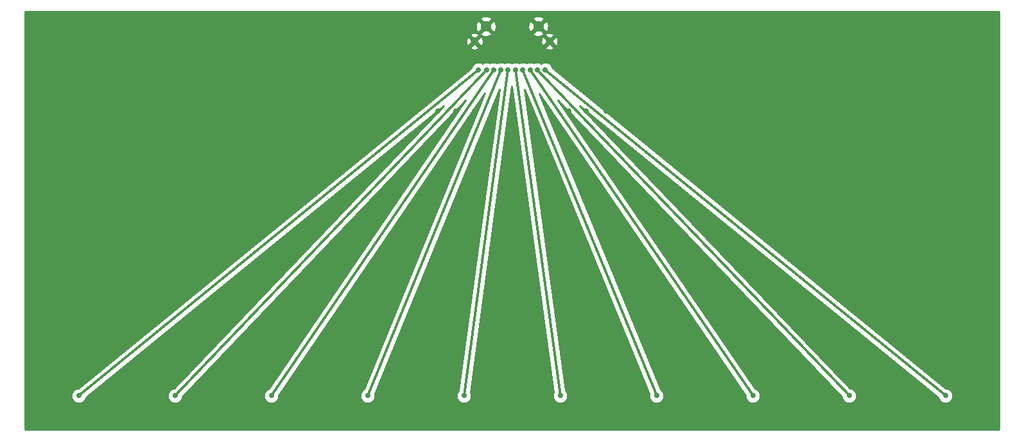
<source format=gbr>
G04 #@! TF.GenerationSoftware,KiCad,Pcbnew,(6.0.0-rc1-dev-305-gf0b8b2136)*
G04 #@! TF.CreationDate,2019-06-24T13:23:36-06:00*
G04 #@! TF.ProjectId,Station04,53746174696F6E30342E6B696361645F,rev?*
G04 #@! TF.SameCoordinates,Original*
G04 #@! TF.FileFunction,Copper,L2,Inr,Signal*
G04 #@! TF.FilePolarity,Positive*
%FSLAX46Y46*%
G04 Gerber Fmt 4.6, Leading zero omitted, Abs format (unit mm)*
G04 Created by KiCad (PCBNEW (6.0.0-rc1-dev-305-gf0b8b2136)) date 06/24/19 13:23:36*
%MOMM*%
%LPD*%
G01*
G04 APERTURE LIST*
G04 #@! TA.AperFunction,ViaPad*
%ADD10C,1.450000*%
G04 #@! TD*
G04 #@! TA.AperFunction,ViaPad*
%ADD11C,1.000000*%
G04 #@! TD*
G04 #@! TA.AperFunction,ViaPad*
%ADD12C,0.800000*%
G04 #@! TD*
G04 #@! TA.AperFunction,ViaPad*
%ADD13C,0.711200*%
G04 #@! TD*
G04 #@! TA.AperFunction,Conductor*
%ADD14C,0.304800*%
G04 #@! TD*
G04 #@! TA.AperFunction,Conductor*
%ADD15C,0.254000*%
G04 #@! TD*
G04 APERTURE END LIST*
D10*
G04 #@! TO.N,GND*
G04 #@! TO.C,U1*
X68310000Y-2610000D03*
X61390000Y-2610000D03*
D11*
X69785000Y-4610000D03*
X59915000Y-4610000D03*
G04 #@! TD*
D12*
G04 #@! TO.N,GND*
X1500000Y-1500000D03*
X1500000Y-4470555D03*
X1500000Y-7441110D03*
X1500000Y-10411665D03*
X1500000Y-13382220D03*
X1500000Y-16352775D03*
X1500000Y-19323330D03*
X1500000Y-22293885D03*
X1500000Y-25264440D03*
X1500000Y-28234995D03*
X1500000Y-31205550D03*
X1500000Y-34176105D03*
X1500000Y-37146660D03*
X1500000Y-40117215D03*
X1500000Y-43087770D03*
X1500000Y-46058325D03*
X1500000Y-49028880D03*
X1500000Y-51999435D03*
X1500000Y-54970000D03*
X8500000Y-16352775D03*
X8500000Y-7441110D03*
X8500000Y-10411665D03*
X8500000Y-25264440D03*
X8500000Y-31205550D03*
X8500000Y-28234995D03*
X8500000Y-1500000D03*
X8500000Y-19323330D03*
X8500000Y-13382220D03*
X8500000Y-4470555D03*
X8500000Y-22293885D03*
X8500000Y-43087770D03*
X8500000Y-40117215D03*
X8500000Y-37146660D03*
X8500000Y-34176105D03*
X15500000Y-19323330D03*
X15500000Y-16352775D03*
X15500000Y-37146660D03*
X15500000Y-40117215D03*
X15500000Y-22293885D03*
X15500000Y-34176105D03*
X15500000Y-4470555D03*
X15500000Y-13382220D03*
X15500000Y-1500000D03*
X15500000Y-31205550D03*
X15500000Y-28234995D03*
X15500000Y-10411665D03*
X15500000Y-7441110D03*
X15500000Y-25264440D03*
X22500000Y-22293885D03*
X22500000Y-1500000D03*
X22500000Y-7441110D03*
X22500000Y-28234995D03*
X22500000Y-19323330D03*
X22500000Y-25264440D03*
X22500000Y-16352775D03*
X22500000Y-10411665D03*
X22500000Y-31205550D03*
X22500000Y-13382220D03*
X22500000Y-4470555D03*
X29500000Y-22293885D03*
X29500000Y-1500000D03*
X29500000Y-7441110D03*
X29500000Y-28234995D03*
X29500000Y-19323330D03*
X29500000Y-25264440D03*
X29500000Y-16352775D03*
X29500000Y-10411665D03*
X29500000Y-13382220D03*
X29500000Y-4470555D03*
X36500000Y-16352775D03*
X36500000Y-13382220D03*
X36500000Y-4470555D03*
X36500000Y-10411665D03*
X36500000Y-19323330D03*
X36500000Y-7441110D03*
X36500000Y-1500000D03*
X36500000Y-22293885D03*
X43500000Y-13382220D03*
X43500000Y-10411665D03*
X43500000Y-4470555D03*
X43500000Y-1500000D03*
X43500000Y-16352775D03*
X43500000Y-7441110D03*
X50500000Y-7441110D03*
X50500000Y-1500000D03*
X50500000Y-4470555D03*
X50500000Y-10411665D03*
X57500000Y-7441110D03*
X57500000Y-1500000D03*
X57500000Y-4470555D03*
X114200000Y-22293885D03*
X114200000Y-1500000D03*
X114200000Y-37146660D03*
X114200000Y-19323330D03*
X114200000Y-28234995D03*
X114200000Y-16352775D03*
X114200000Y-31205550D03*
X114200000Y-7441110D03*
X114200000Y-34176105D03*
X114200000Y-10411665D03*
X114200000Y-40117215D03*
X114200000Y-4470555D03*
X114200000Y-25264440D03*
X114200000Y-13382220D03*
X100200000Y-16352775D03*
X100200000Y-13382220D03*
X100200000Y-4470555D03*
X100200000Y-10411665D03*
X128200000Y-16352775D03*
X128200000Y-7441110D03*
X128200000Y-1500000D03*
X128200000Y-4470555D03*
X128200000Y-10411665D03*
X128200000Y-46058325D03*
X128200000Y-19323330D03*
X128200000Y-13382220D03*
X128200000Y-28234995D03*
X128200000Y-22293885D03*
X128200000Y-31205550D03*
X128200000Y-34176105D03*
X128200000Y-43087770D03*
X128200000Y-25264440D03*
X128200000Y-37146660D03*
X128200000Y-54970000D03*
X128200000Y-40117215D03*
X128200000Y-49028880D03*
X128200000Y-51999435D03*
X100200000Y-25264440D03*
X100200000Y-19323330D03*
X100200000Y-7441110D03*
X100200000Y-1500000D03*
X100200000Y-28234995D03*
X100200000Y-22293885D03*
X121200000Y-19323330D03*
X121200000Y-16352775D03*
X121200000Y-37146660D03*
X121200000Y-40117215D03*
X121200000Y-43087770D03*
X121200000Y-22293885D03*
X121200000Y-34176105D03*
X121200000Y-4470555D03*
X121200000Y-13382220D03*
X121200000Y-1500000D03*
X121200000Y-31205550D03*
X121200000Y-28234995D03*
X121200000Y-10411665D03*
X121200000Y-7441110D03*
X121200000Y-25264440D03*
X107200000Y-25264440D03*
X107200000Y-13382220D03*
X107200000Y-22293885D03*
X107200000Y-16352775D03*
X107200000Y-31205550D03*
X107200000Y-1500000D03*
X107200000Y-7441110D03*
X107200000Y-4470555D03*
X107200000Y-28234995D03*
X107200000Y-10411665D03*
X107200000Y-19323330D03*
X72200000Y-4470555D03*
X79200000Y-7441110D03*
X86200000Y-7441110D03*
X86200000Y-16352775D03*
X86200000Y-1500000D03*
X93200000Y-13382220D03*
X86200000Y-4470555D03*
X86200000Y-10411665D03*
X79200000Y-1500000D03*
X93200000Y-4470555D03*
X93200000Y-10411665D03*
X93200000Y-19323330D03*
X93200000Y-7441110D03*
X93200000Y-22293885D03*
X93200000Y-1500000D03*
X93200000Y-16352775D03*
X72200000Y-1500000D03*
X79200000Y-10411665D03*
X72200000Y-7441110D03*
X79200000Y-4470555D03*
X86200000Y-13382220D03*
D13*
X53390640Y-25689300D03*
X82039040Y-25689300D03*
X76309360Y-25689300D03*
X47660960Y-25689300D03*
X87768720Y-25689300D03*
X36201600Y-25689300D03*
X93498400Y-25689300D03*
X70579680Y-25689300D03*
X64850000Y-25689300D03*
X41931280Y-25689300D03*
X59120320Y-25689300D03*
X51590640Y-28889700D03*
X84739040Y-28889700D03*
X78109360Y-28889700D03*
X44960960Y-28889700D03*
X91368720Y-28889700D03*
X31701600Y-28889700D03*
X97998400Y-28889700D03*
X71479680Y-28889700D03*
X64850000Y-28889700D03*
X38331280Y-28889700D03*
X58220320Y-28889700D03*
X49883020Y-31963100D03*
X87268720Y-31963100D03*
X79791580Y-31963100D03*
X42405880Y-31963100D03*
X94745860Y-31963100D03*
X27451600Y-31963100D03*
X102248400Y-31963100D03*
X72314440Y-31963100D03*
X64837300Y-31963100D03*
X34928740Y-31963100D03*
X57360160Y-31963100D03*
X48183020Y-35138100D03*
X89818720Y-35138100D03*
X81491580Y-35138100D03*
X39855880Y-35138100D03*
X98145860Y-35138100D03*
X23201600Y-35138100D03*
X106498400Y-35138100D03*
X73164440Y-35138100D03*
X64837300Y-35138100D03*
X31528740Y-35138100D03*
X56510160Y-35138100D03*
X46283020Y-38617900D03*
X92668720Y-38617900D03*
X83391580Y-38617900D03*
X37005880Y-38617900D03*
X101945860Y-38617900D03*
X18451600Y-38617900D03*
X111248400Y-38617900D03*
X74114440Y-38617900D03*
X64837300Y-38617900D03*
X27728740Y-38617900D03*
X55560160Y-38617900D03*
X44383020Y-42097700D03*
X95518720Y-42097700D03*
X85291580Y-42097700D03*
X34155880Y-42097700D03*
X105745860Y-42097700D03*
X13701600Y-42097700D03*
X115998400Y-42097700D03*
X75064440Y-42097700D03*
X64837300Y-42097700D03*
X23928740Y-42097700D03*
X54610160Y-42097700D03*
X42583020Y-45526700D03*
X98218720Y-45526700D03*
X87091580Y-45526700D03*
X31455880Y-45526700D03*
X109345860Y-45526700D03*
X9201600Y-45526700D03*
X120498400Y-45526700D03*
X75964440Y-45526700D03*
X64837300Y-45526700D03*
X20328740Y-45526700D03*
X53710160Y-45526700D03*
X40783020Y-48879500D03*
X100918720Y-48879500D03*
X88891580Y-48879500D03*
X28755880Y-48879500D03*
X112945860Y-48879500D03*
X4701600Y-48879500D03*
X124998400Y-48879500D03*
X76864440Y-48879500D03*
X64837300Y-48879500D03*
X16728740Y-48879500D03*
X52810160Y-48879500D03*
X74839040Y-16907250D03*
X58190640Y-16907250D03*
X71509360Y-16907250D03*
X54860960Y-16907250D03*
X78168720Y-16907250D03*
X48201600Y-16907250D03*
X81498400Y-16907250D03*
X68179680Y-16907250D03*
X64850000Y-16907250D03*
X51531280Y-16907250D03*
X61520320Y-16907250D03*
X72289040Y-13833850D03*
X59890640Y-13833850D03*
X69809360Y-13833850D03*
X57410960Y-13833850D03*
X74618720Y-13833850D03*
X52020000Y-13833850D03*
X77248400Y-13833850D03*
X67329680Y-13833850D03*
X64850000Y-13833850D03*
X55081280Y-13833850D03*
X62370320Y-13833850D03*
X79639040Y-22895300D03*
X59920320Y-22895300D03*
X45131280Y-22895300D03*
X64850000Y-22895300D03*
X69779680Y-22895300D03*
X89498400Y-22895300D03*
X40201600Y-22895300D03*
X84568720Y-22895300D03*
X50060960Y-22895300D03*
X74709360Y-22895300D03*
X54990640Y-22895300D03*
X77239040Y-19980650D03*
X60720320Y-19980650D03*
X48331280Y-19980650D03*
X64850000Y-19980650D03*
X68979680Y-19980650D03*
X85498400Y-19980650D03*
X44201600Y-19980650D03*
X81368720Y-19980650D03*
X52460960Y-19980650D03*
X73109360Y-19980650D03*
X56590640Y-19980650D03*
G04 #@! TO.N,Net-(U1-Pad20)*
X60410000Y-8350000D03*
X7700000Y-51350000D03*
G04 #@! TO.N,Net-(U1-Pad18)*
X20400000Y-51350000D03*
X61460000Y-8350000D03*
G04 #@! TO.N,Net-(U1-Pad16)*
X33100000Y-51350000D03*
X62410000Y-8350000D03*
G04 #@! TO.N,Net-(U1-Pad14)*
X45800000Y-51350000D03*
X63360000Y-8350000D03*
G04 #@! TO.N,Net-(U1-Pad12)*
X58500000Y-51350000D03*
X64310000Y-8350000D03*
G04 #@! TO.N,Net-(U1-Pad10)*
X71200000Y-51350000D03*
X65310000Y-8350000D03*
G04 #@! TO.N,Net-(U1-Pad8)*
X83900000Y-51350000D03*
X66260000Y-8350000D03*
G04 #@! TO.N,Net-(U1-Pad6)*
X96600000Y-51350000D03*
X67210000Y-8350000D03*
G04 #@! TO.N,Net-(U1-Pad4)*
X109300000Y-51350000D03*
X68160000Y-8350000D03*
G04 #@! TO.N,Net-(U1-Pad2)*
X122000000Y-51350000D03*
X69210000Y-8350000D03*
G04 #@! TD*
D14*
G04 #@! TO.N,Net-(U1-Pad20)*
X60410000Y-8350000D02*
X7700000Y-51350000D01*
G04 #@! TO.N,Net-(U1-Pad18)*
X61460000Y-8350000D02*
X20400000Y-51350000D01*
G04 #@! TO.N,Net-(U1-Pad16)*
X62410000Y-8350000D02*
X33100000Y-51350000D01*
G04 #@! TO.N,Net-(U1-Pad14)*
X63360000Y-8350000D02*
X45800000Y-51350000D01*
G04 #@! TO.N,Net-(U1-Pad12)*
X64310000Y-8350000D02*
X58500000Y-51350000D01*
G04 #@! TO.N,Net-(U1-Pad10)*
X65310000Y-8350000D02*
X71200000Y-51350000D01*
G04 #@! TO.N,Net-(U1-Pad8)*
X66260000Y-8350000D02*
X83900000Y-51350000D01*
G04 #@! TO.N,Net-(U1-Pad6)*
X67210000Y-8350000D02*
X96600000Y-51350000D01*
G04 #@! TO.N,Net-(U1-Pad4)*
X68160000Y-8350000D02*
X109300000Y-51350000D01*
G04 #@! TO.N,Net-(U1-Pad2)*
X69210000Y-8350000D02*
X122000000Y-51350000D01*
G04 #@! TD*
D15*
G04 #@! TO.N,GND*
G36*
X129040000Y-55810000D02*
X660000Y-55810000D01*
X660000Y-51252434D01*
X6709400Y-51252434D01*
X6709400Y-51447566D01*
X6747468Y-51638947D01*
X6822142Y-51819225D01*
X6930551Y-51981471D01*
X7068529Y-52119449D01*
X7230775Y-52227858D01*
X7411053Y-52302532D01*
X7602434Y-52340600D01*
X7797566Y-52340600D01*
X7988947Y-52302532D01*
X8169225Y-52227858D01*
X8331471Y-52119449D01*
X8469449Y-51981471D01*
X8577858Y-51819225D01*
X8652532Y-51638947D01*
X8664365Y-51579460D01*
X55844591Y-13090564D01*
X20246578Y-50370510D01*
X20111053Y-50397468D01*
X19930775Y-50472142D01*
X19768529Y-50580551D01*
X19630551Y-50718529D01*
X19522142Y-50880775D01*
X19447468Y-51061053D01*
X19409400Y-51252434D01*
X19409400Y-51447566D01*
X19447468Y-51638947D01*
X19522142Y-51819225D01*
X19630551Y-51981471D01*
X19768529Y-52119449D01*
X19930775Y-52227858D01*
X20111053Y-52302532D01*
X20302434Y-52340600D01*
X20497566Y-52340600D01*
X20688947Y-52302532D01*
X20869225Y-52227858D01*
X21031471Y-52119449D01*
X21169449Y-51981471D01*
X21277858Y-51819225D01*
X21352532Y-51638947D01*
X21389296Y-51454123D01*
X58734008Y-12344952D01*
X32790567Y-50405953D01*
X32630775Y-50472142D01*
X32468529Y-50580551D01*
X32330551Y-50718529D01*
X32222142Y-50880775D01*
X32147468Y-51061053D01*
X32109400Y-51252434D01*
X32109400Y-51447566D01*
X32147468Y-51638947D01*
X32222142Y-51819225D01*
X32330551Y-51981471D01*
X32468529Y-52119449D01*
X32630775Y-52227858D01*
X32811053Y-52302532D01*
X33002434Y-52340600D01*
X33197566Y-52340600D01*
X33388947Y-52302532D01*
X33569225Y-52227858D01*
X33731471Y-52119449D01*
X33869449Y-51981471D01*
X33977858Y-51819225D01*
X34052532Y-51638947D01*
X34090600Y-51447566D01*
X34090600Y-51294723D01*
X61234022Y-11473258D01*
X45299409Y-50493100D01*
X45168529Y-50580551D01*
X45030551Y-50718529D01*
X44922142Y-50880775D01*
X44847468Y-51061053D01*
X44809400Y-51252434D01*
X44809400Y-51447566D01*
X44847468Y-51638947D01*
X44922142Y-51819225D01*
X45030551Y-51981471D01*
X45168529Y-52119449D01*
X45330775Y-52227858D01*
X45511053Y-52302532D01*
X45702434Y-52340600D01*
X45897566Y-52340600D01*
X46088947Y-52302532D01*
X46269225Y-52227858D01*
X46431471Y-52119449D01*
X46569449Y-51981471D01*
X46677858Y-51819225D01*
X46752532Y-51638947D01*
X46790600Y-51447566D01*
X46790600Y-51252434D01*
X46757770Y-51087386D01*
X63171749Y-10893704D01*
X57800175Y-50648905D01*
X57730551Y-50718529D01*
X57622142Y-50880775D01*
X57547468Y-51061053D01*
X57509400Y-51252434D01*
X57509400Y-51447566D01*
X57547468Y-51638947D01*
X57622142Y-51819225D01*
X57730551Y-51981471D01*
X57868529Y-52119449D01*
X58030775Y-52227858D01*
X58211053Y-52302532D01*
X58402434Y-52340600D01*
X58597566Y-52340600D01*
X58788947Y-52302532D01*
X58969225Y-52227858D01*
X59131471Y-52119449D01*
X59269449Y-51981471D01*
X59377858Y-51819225D01*
X59452532Y-51638947D01*
X59490600Y-51447566D01*
X59490600Y-51252434D01*
X59452532Y-51061053D01*
X59377858Y-50880775D01*
X59361303Y-50855998D01*
X64811916Y-10515826D01*
X70337770Y-50857386D01*
X70322142Y-50880775D01*
X70247468Y-51061053D01*
X70209400Y-51252434D01*
X70209400Y-51447566D01*
X70247468Y-51638947D01*
X70322142Y-51819225D01*
X70430551Y-51981471D01*
X70568529Y-52119449D01*
X70730775Y-52227858D01*
X70911053Y-52302532D01*
X71102434Y-52340600D01*
X71297566Y-52340600D01*
X71488947Y-52302532D01*
X71669225Y-52227858D01*
X71831471Y-52119449D01*
X71969449Y-51981471D01*
X72077858Y-51819225D01*
X72152532Y-51638947D01*
X72190600Y-51447566D01*
X72190600Y-51252434D01*
X72152532Y-51061053D01*
X72077858Y-50880775D01*
X71969449Y-50718529D01*
X71898542Y-50647622D01*
X66453557Y-10896450D01*
X82941889Y-51089099D01*
X82909400Y-51252434D01*
X82909400Y-51447566D01*
X82947468Y-51638947D01*
X83022142Y-51819225D01*
X83130551Y-51981471D01*
X83268529Y-52119449D01*
X83430775Y-52227858D01*
X83611053Y-52302532D01*
X83802434Y-52340600D01*
X83997566Y-52340600D01*
X84188947Y-52302532D01*
X84369225Y-52227858D01*
X84531471Y-52119449D01*
X84669449Y-51981471D01*
X84777858Y-51819225D01*
X84852532Y-51638947D01*
X84890600Y-51447566D01*
X84890600Y-51252434D01*
X84852532Y-51061053D01*
X84777858Y-50880775D01*
X84669449Y-50718529D01*
X84531471Y-50580551D01*
X84399160Y-50492144D01*
X68394414Y-11478305D01*
X95609400Y-51296083D01*
X95609400Y-51447566D01*
X95647468Y-51638947D01*
X95722142Y-51819225D01*
X95830551Y-51981471D01*
X95968529Y-52119449D01*
X96130775Y-52227858D01*
X96311053Y-52302532D01*
X96502434Y-52340600D01*
X96697566Y-52340600D01*
X96888947Y-52302532D01*
X97069225Y-52227858D01*
X97231471Y-52119449D01*
X97369449Y-51981471D01*
X97477858Y-51819225D01*
X97552532Y-51638947D01*
X97590600Y-51447566D01*
X97590600Y-51252434D01*
X97552532Y-51061053D01*
X97477858Y-50880775D01*
X97369449Y-50718529D01*
X97231471Y-50580551D01*
X97069225Y-50472142D01*
X96908137Y-50405417D01*
X70898846Y-12351674D01*
X108310919Y-51455205D01*
X108347468Y-51638947D01*
X108422142Y-51819225D01*
X108530551Y-51981471D01*
X108668529Y-52119449D01*
X108830775Y-52227858D01*
X109011053Y-52302532D01*
X109202434Y-52340600D01*
X109397566Y-52340600D01*
X109588947Y-52302532D01*
X109769225Y-52227858D01*
X109931471Y-52119449D01*
X110069449Y-51981471D01*
X110177858Y-51819225D01*
X110252532Y-51638947D01*
X110290600Y-51447566D01*
X110290600Y-51252434D01*
X110252532Y-51061053D01*
X110177858Y-50880775D01*
X110069449Y-50718529D01*
X109931471Y-50580551D01*
X109769225Y-50472142D01*
X109588947Y-50397468D01*
X109452423Y-50370312D01*
X73792822Y-13098488D01*
X121035772Y-51580149D01*
X121047468Y-51638947D01*
X121122142Y-51819225D01*
X121230551Y-51981471D01*
X121368529Y-52119449D01*
X121530775Y-52227858D01*
X121711053Y-52302532D01*
X121902434Y-52340600D01*
X122097566Y-52340600D01*
X122288947Y-52302532D01*
X122469225Y-52227858D01*
X122631471Y-52119449D01*
X122769449Y-51981471D01*
X122877858Y-51819225D01*
X122952532Y-51638947D01*
X122990600Y-51447566D01*
X122990600Y-51252434D01*
X122952532Y-51061053D01*
X122877858Y-50880775D01*
X122769449Y-50718529D01*
X122631471Y-50580551D01*
X122469225Y-50472142D01*
X122288947Y-50397468D01*
X122097566Y-50359400D01*
X122030642Y-50359400D01*
X70174228Y-8119852D01*
X70162532Y-8061053D01*
X70087858Y-7880775D01*
X69979449Y-7718529D01*
X69841471Y-7580551D01*
X69679225Y-7472142D01*
X69498947Y-7397468D01*
X69307566Y-7359400D01*
X69112434Y-7359400D01*
X68921053Y-7397468D01*
X68740775Y-7472142D01*
X68685000Y-7509410D01*
X68629225Y-7472142D01*
X68448947Y-7397468D01*
X68257566Y-7359400D01*
X68062434Y-7359400D01*
X67871053Y-7397468D01*
X67690775Y-7472142D01*
X67685000Y-7476001D01*
X67679225Y-7472142D01*
X67498947Y-7397468D01*
X67307566Y-7359400D01*
X67112434Y-7359400D01*
X66921053Y-7397468D01*
X66740775Y-7472142D01*
X66735000Y-7476001D01*
X66729225Y-7472142D01*
X66548947Y-7397468D01*
X66357566Y-7359400D01*
X66162434Y-7359400D01*
X65971053Y-7397468D01*
X65790775Y-7472142D01*
X65785000Y-7476001D01*
X65779225Y-7472142D01*
X65598947Y-7397468D01*
X65407566Y-7359400D01*
X65212434Y-7359400D01*
X65021053Y-7397468D01*
X64840775Y-7472142D01*
X64810000Y-7492705D01*
X64779225Y-7472142D01*
X64598947Y-7397468D01*
X64407566Y-7359400D01*
X64212434Y-7359400D01*
X64021053Y-7397468D01*
X63840775Y-7472142D01*
X63835000Y-7476001D01*
X63829225Y-7472142D01*
X63648947Y-7397468D01*
X63457566Y-7359400D01*
X63262434Y-7359400D01*
X63071053Y-7397468D01*
X62890775Y-7472142D01*
X62885000Y-7476001D01*
X62879225Y-7472142D01*
X62698947Y-7397468D01*
X62507566Y-7359400D01*
X62312434Y-7359400D01*
X62121053Y-7397468D01*
X61940775Y-7472142D01*
X61935000Y-7476001D01*
X61929225Y-7472142D01*
X61748947Y-7397468D01*
X61557566Y-7359400D01*
X61362434Y-7359400D01*
X61171053Y-7397468D01*
X60990775Y-7472142D01*
X60935000Y-7509410D01*
X60879225Y-7472142D01*
X60698947Y-7397468D01*
X60507566Y-7359400D01*
X60312434Y-7359400D01*
X60121053Y-7397468D01*
X59940775Y-7472142D01*
X59778529Y-7580551D01*
X59640551Y-7718529D01*
X59532142Y-7880775D01*
X59457468Y-8061053D01*
X59445635Y-8120540D01*
X7668651Y-50359400D01*
X7602434Y-50359400D01*
X7411053Y-50397468D01*
X7230775Y-50472142D01*
X7068529Y-50580551D01*
X6930551Y-50718529D01*
X6822142Y-50880775D01*
X6747468Y-51061053D01*
X6709400Y-51252434D01*
X660000Y-51252434D01*
X660000Y-5388166D01*
X59316439Y-5388166D01*
X59351550Y-5601588D01*
X59555826Y-5692458D01*
X59773905Y-5741731D01*
X59997406Y-5747511D01*
X60217740Y-5709577D01*
X60426440Y-5629387D01*
X60478450Y-5601588D01*
X60513561Y-5388166D01*
X69186439Y-5388166D01*
X69221550Y-5601588D01*
X69425826Y-5692458D01*
X69643905Y-5741731D01*
X69867406Y-5747511D01*
X70087740Y-5709577D01*
X70296440Y-5629387D01*
X70348450Y-5601588D01*
X70383561Y-5388166D01*
X69785000Y-4789605D01*
X69186439Y-5388166D01*
X60513561Y-5388166D01*
X59915000Y-4789605D01*
X59316439Y-5388166D01*
X660000Y-5388166D01*
X660000Y-4692406D01*
X58777489Y-4692406D01*
X58815423Y-4912740D01*
X58895613Y-5121440D01*
X58923412Y-5173450D01*
X59136834Y-5208561D01*
X59735395Y-4610000D01*
X60094605Y-4610000D01*
X60693166Y-5208561D01*
X60906588Y-5173450D01*
X60997458Y-4969174D01*
X61046731Y-4751095D01*
X61048248Y-4692406D01*
X68647489Y-4692406D01*
X68685423Y-4912740D01*
X68765613Y-5121440D01*
X68793412Y-5173450D01*
X69006834Y-5208561D01*
X69605395Y-4610000D01*
X69964605Y-4610000D01*
X70563166Y-5208561D01*
X70776588Y-5173450D01*
X70867458Y-4969174D01*
X70916731Y-4751095D01*
X70922511Y-4527594D01*
X70884577Y-4307260D01*
X70804387Y-4098560D01*
X70776588Y-4046550D01*
X70563166Y-4011439D01*
X69964605Y-4610000D01*
X69605395Y-4610000D01*
X69006834Y-4011439D01*
X68793412Y-4046550D01*
X68702542Y-4250826D01*
X68653269Y-4468905D01*
X68647489Y-4692406D01*
X61048248Y-4692406D01*
X61052511Y-4527594D01*
X61014577Y-4307260D01*
X60934387Y-4098560D01*
X60906588Y-4046550D01*
X60693166Y-4011439D01*
X60094605Y-4610000D01*
X59735395Y-4610000D01*
X59136834Y-4011439D01*
X58923412Y-4046550D01*
X58832542Y-4250826D01*
X58783269Y-4468905D01*
X58777489Y-4692406D01*
X660000Y-4692406D01*
X660000Y-3831834D01*
X59316439Y-3831834D01*
X59915000Y-4430395D01*
X60513561Y-3831834D01*
X60478450Y-3618412D01*
X60322711Y-3549133D01*
X60630472Y-3549133D01*
X60692965Y-3785450D01*
X60935678Y-3898850D01*
X61195849Y-3962719D01*
X61463482Y-3974604D01*
X61728291Y-3934048D01*
X61980100Y-3842609D01*
X62087035Y-3785450D01*
X62149528Y-3549133D01*
X67550472Y-3549133D01*
X67612965Y-3785450D01*
X67855678Y-3898850D01*
X68115849Y-3962719D01*
X68383482Y-3974604D01*
X68648291Y-3934048D01*
X68900100Y-3842609D01*
X68920258Y-3831834D01*
X69186439Y-3831834D01*
X69785000Y-4430395D01*
X70383561Y-3831834D01*
X70348450Y-3618412D01*
X70144174Y-3527542D01*
X69926095Y-3478269D01*
X69702594Y-3472489D01*
X69482260Y-3510423D01*
X69273560Y-3590613D01*
X69221550Y-3618412D01*
X69186439Y-3831834D01*
X68920258Y-3831834D01*
X69007035Y-3785450D01*
X69069528Y-3549133D01*
X68310000Y-2789605D01*
X67550472Y-3549133D01*
X62149528Y-3549133D01*
X61390000Y-2789605D01*
X60630472Y-3549133D01*
X60322711Y-3549133D01*
X60274174Y-3527542D01*
X60056095Y-3478269D01*
X59832594Y-3472489D01*
X59612260Y-3510423D01*
X59403560Y-3590613D01*
X59351550Y-3618412D01*
X59316439Y-3831834D01*
X660000Y-3831834D01*
X660000Y-2683482D01*
X60025396Y-2683482D01*
X60065952Y-2948291D01*
X60157391Y-3200100D01*
X60214550Y-3307035D01*
X60450867Y-3369528D01*
X61210395Y-2610000D01*
X61569605Y-2610000D01*
X62329133Y-3369528D01*
X62565450Y-3307035D01*
X62678850Y-3064322D01*
X62742719Y-2804151D01*
X62748077Y-2683482D01*
X66945396Y-2683482D01*
X66985952Y-2948291D01*
X67077391Y-3200100D01*
X67134550Y-3307035D01*
X67370867Y-3369528D01*
X68130395Y-2610000D01*
X68489605Y-2610000D01*
X69249133Y-3369528D01*
X69485450Y-3307035D01*
X69598850Y-3064322D01*
X69662719Y-2804151D01*
X69674604Y-2536518D01*
X69634048Y-2271709D01*
X69542609Y-2019900D01*
X69485450Y-1912965D01*
X69249133Y-1850472D01*
X68489605Y-2610000D01*
X68130395Y-2610000D01*
X67370867Y-1850472D01*
X67134550Y-1912965D01*
X67021150Y-2155678D01*
X66957281Y-2415849D01*
X66945396Y-2683482D01*
X62748077Y-2683482D01*
X62754604Y-2536518D01*
X62714048Y-2271709D01*
X62622609Y-2019900D01*
X62565450Y-1912965D01*
X62329133Y-1850472D01*
X61569605Y-2610000D01*
X61210395Y-2610000D01*
X60450867Y-1850472D01*
X60214550Y-1912965D01*
X60101150Y-2155678D01*
X60037281Y-2415849D01*
X60025396Y-2683482D01*
X660000Y-2683482D01*
X660000Y-1670867D01*
X60630472Y-1670867D01*
X61390000Y-2430395D01*
X62149528Y-1670867D01*
X67550472Y-1670867D01*
X68310000Y-2430395D01*
X69069528Y-1670867D01*
X69007035Y-1434550D01*
X68764322Y-1321150D01*
X68504151Y-1257281D01*
X68236518Y-1245396D01*
X67971709Y-1285952D01*
X67719900Y-1377391D01*
X67612965Y-1434550D01*
X67550472Y-1670867D01*
X62149528Y-1670867D01*
X62087035Y-1434550D01*
X61844322Y-1321150D01*
X61584151Y-1257281D01*
X61316518Y-1245396D01*
X61051709Y-1285952D01*
X60799900Y-1377391D01*
X60692965Y-1434550D01*
X60630472Y-1670867D01*
X660000Y-1670867D01*
X660000Y-660000D01*
X129040001Y-660000D01*
X129040000Y-55810000D01*
X129040000Y-55810000D01*
G37*
X129040000Y-55810000D02*
X660000Y-55810000D01*
X660000Y-51252434D01*
X6709400Y-51252434D01*
X6709400Y-51447566D01*
X6747468Y-51638947D01*
X6822142Y-51819225D01*
X6930551Y-51981471D01*
X7068529Y-52119449D01*
X7230775Y-52227858D01*
X7411053Y-52302532D01*
X7602434Y-52340600D01*
X7797566Y-52340600D01*
X7988947Y-52302532D01*
X8169225Y-52227858D01*
X8331471Y-52119449D01*
X8469449Y-51981471D01*
X8577858Y-51819225D01*
X8652532Y-51638947D01*
X8664365Y-51579460D01*
X55844591Y-13090564D01*
X20246578Y-50370510D01*
X20111053Y-50397468D01*
X19930775Y-50472142D01*
X19768529Y-50580551D01*
X19630551Y-50718529D01*
X19522142Y-50880775D01*
X19447468Y-51061053D01*
X19409400Y-51252434D01*
X19409400Y-51447566D01*
X19447468Y-51638947D01*
X19522142Y-51819225D01*
X19630551Y-51981471D01*
X19768529Y-52119449D01*
X19930775Y-52227858D01*
X20111053Y-52302532D01*
X20302434Y-52340600D01*
X20497566Y-52340600D01*
X20688947Y-52302532D01*
X20869225Y-52227858D01*
X21031471Y-52119449D01*
X21169449Y-51981471D01*
X21277858Y-51819225D01*
X21352532Y-51638947D01*
X21389296Y-51454123D01*
X58734008Y-12344952D01*
X32790567Y-50405953D01*
X32630775Y-50472142D01*
X32468529Y-50580551D01*
X32330551Y-50718529D01*
X32222142Y-50880775D01*
X32147468Y-51061053D01*
X32109400Y-51252434D01*
X32109400Y-51447566D01*
X32147468Y-51638947D01*
X32222142Y-51819225D01*
X32330551Y-51981471D01*
X32468529Y-52119449D01*
X32630775Y-52227858D01*
X32811053Y-52302532D01*
X33002434Y-52340600D01*
X33197566Y-52340600D01*
X33388947Y-52302532D01*
X33569225Y-52227858D01*
X33731471Y-52119449D01*
X33869449Y-51981471D01*
X33977858Y-51819225D01*
X34052532Y-51638947D01*
X34090600Y-51447566D01*
X34090600Y-51294723D01*
X61234022Y-11473258D01*
X45299409Y-50493100D01*
X45168529Y-50580551D01*
X45030551Y-50718529D01*
X44922142Y-50880775D01*
X44847468Y-51061053D01*
X44809400Y-51252434D01*
X44809400Y-51447566D01*
X44847468Y-51638947D01*
X44922142Y-51819225D01*
X45030551Y-51981471D01*
X45168529Y-52119449D01*
X45330775Y-52227858D01*
X45511053Y-52302532D01*
X45702434Y-52340600D01*
X45897566Y-52340600D01*
X46088947Y-52302532D01*
X46269225Y-52227858D01*
X46431471Y-52119449D01*
X46569449Y-51981471D01*
X46677858Y-51819225D01*
X46752532Y-51638947D01*
X46790600Y-51447566D01*
X46790600Y-51252434D01*
X46757770Y-51087386D01*
X63171749Y-10893704D01*
X57800175Y-50648905D01*
X57730551Y-50718529D01*
X57622142Y-50880775D01*
X57547468Y-51061053D01*
X57509400Y-51252434D01*
X57509400Y-51447566D01*
X57547468Y-51638947D01*
X57622142Y-51819225D01*
X57730551Y-51981471D01*
X57868529Y-52119449D01*
X58030775Y-52227858D01*
X58211053Y-52302532D01*
X58402434Y-52340600D01*
X58597566Y-52340600D01*
X58788947Y-52302532D01*
X58969225Y-52227858D01*
X59131471Y-52119449D01*
X59269449Y-51981471D01*
X59377858Y-51819225D01*
X59452532Y-51638947D01*
X59490600Y-51447566D01*
X59490600Y-51252434D01*
X59452532Y-51061053D01*
X59377858Y-50880775D01*
X59361303Y-50855998D01*
X64811916Y-10515826D01*
X70337770Y-50857386D01*
X70322142Y-50880775D01*
X70247468Y-51061053D01*
X70209400Y-51252434D01*
X70209400Y-51447566D01*
X70247468Y-51638947D01*
X70322142Y-51819225D01*
X70430551Y-51981471D01*
X70568529Y-52119449D01*
X70730775Y-52227858D01*
X70911053Y-52302532D01*
X71102434Y-52340600D01*
X71297566Y-52340600D01*
X71488947Y-52302532D01*
X71669225Y-52227858D01*
X71831471Y-52119449D01*
X71969449Y-51981471D01*
X72077858Y-51819225D01*
X72152532Y-51638947D01*
X72190600Y-51447566D01*
X72190600Y-51252434D01*
X72152532Y-51061053D01*
X72077858Y-50880775D01*
X71969449Y-50718529D01*
X71898542Y-50647622D01*
X66453557Y-10896450D01*
X82941889Y-51089099D01*
X82909400Y-51252434D01*
X82909400Y-51447566D01*
X82947468Y-51638947D01*
X83022142Y-51819225D01*
X83130551Y-51981471D01*
X83268529Y-52119449D01*
X83430775Y-52227858D01*
X83611053Y-52302532D01*
X83802434Y-52340600D01*
X83997566Y-52340600D01*
X84188947Y-52302532D01*
X84369225Y-52227858D01*
X84531471Y-52119449D01*
X84669449Y-51981471D01*
X84777858Y-51819225D01*
X84852532Y-51638947D01*
X84890600Y-51447566D01*
X84890600Y-51252434D01*
X84852532Y-51061053D01*
X84777858Y-50880775D01*
X84669449Y-50718529D01*
X84531471Y-50580551D01*
X84399160Y-50492144D01*
X68394414Y-11478305D01*
X95609400Y-51296083D01*
X95609400Y-51447566D01*
X95647468Y-51638947D01*
X95722142Y-51819225D01*
X95830551Y-51981471D01*
X95968529Y-52119449D01*
X96130775Y-52227858D01*
X96311053Y-52302532D01*
X96502434Y-52340600D01*
X96697566Y-52340600D01*
X96888947Y-52302532D01*
X97069225Y-52227858D01*
X97231471Y-52119449D01*
X97369449Y-51981471D01*
X97477858Y-51819225D01*
X97552532Y-51638947D01*
X97590600Y-51447566D01*
X97590600Y-51252434D01*
X97552532Y-51061053D01*
X97477858Y-50880775D01*
X97369449Y-50718529D01*
X97231471Y-50580551D01*
X97069225Y-50472142D01*
X96908137Y-50405417D01*
X70898846Y-12351674D01*
X108310919Y-51455205D01*
X108347468Y-51638947D01*
X108422142Y-51819225D01*
X108530551Y-51981471D01*
X108668529Y-52119449D01*
X108830775Y-52227858D01*
X109011053Y-52302532D01*
X109202434Y-52340600D01*
X109397566Y-52340600D01*
X109588947Y-52302532D01*
X109769225Y-52227858D01*
X109931471Y-52119449D01*
X110069449Y-51981471D01*
X110177858Y-51819225D01*
X110252532Y-51638947D01*
X110290600Y-51447566D01*
X110290600Y-51252434D01*
X110252532Y-51061053D01*
X110177858Y-50880775D01*
X110069449Y-50718529D01*
X109931471Y-50580551D01*
X109769225Y-50472142D01*
X109588947Y-50397468D01*
X109452423Y-50370312D01*
X73792822Y-13098488D01*
X121035772Y-51580149D01*
X121047468Y-51638947D01*
X121122142Y-51819225D01*
X121230551Y-51981471D01*
X121368529Y-52119449D01*
X121530775Y-52227858D01*
X121711053Y-52302532D01*
X121902434Y-52340600D01*
X122097566Y-52340600D01*
X122288947Y-52302532D01*
X122469225Y-52227858D01*
X122631471Y-52119449D01*
X122769449Y-51981471D01*
X122877858Y-51819225D01*
X122952532Y-51638947D01*
X122990600Y-51447566D01*
X122990600Y-51252434D01*
X122952532Y-51061053D01*
X122877858Y-50880775D01*
X122769449Y-50718529D01*
X122631471Y-50580551D01*
X122469225Y-50472142D01*
X122288947Y-50397468D01*
X122097566Y-50359400D01*
X122030642Y-50359400D01*
X70174228Y-8119852D01*
X70162532Y-8061053D01*
X70087858Y-7880775D01*
X69979449Y-7718529D01*
X69841471Y-7580551D01*
X69679225Y-7472142D01*
X69498947Y-7397468D01*
X69307566Y-7359400D01*
X69112434Y-7359400D01*
X68921053Y-7397468D01*
X68740775Y-7472142D01*
X68685000Y-7509410D01*
X68629225Y-7472142D01*
X68448947Y-7397468D01*
X68257566Y-7359400D01*
X68062434Y-7359400D01*
X67871053Y-7397468D01*
X67690775Y-7472142D01*
X67685000Y-7476001D01*
X67679225Y-7472142D01*
X67498947Y-7397468D01*
X67307566Y-7359400D01*
X67112434Y-7359400D01*
X66921053Y-7397468D01*
X66740775Y-7472142D01*
X66735000Y-7476001D01*
X66729225Y-7472142D01*
X66548947Y-7397468D01*
X66357566Y-7359400D01*
X66162434Y-7359400D01*
X65971053Y-7397468D01*
X65790775Y-7472142D01*
X65785000Y-7476001D01*
X65779225Y-7472142D01*
X65598947Y-7397468D01*
X65407566Y-7359400D01*
X65212434Y-7359400D01*
X65021053Y-7397468D01*
X64840775Y-7472142D01*
X64810000Y-7492705D01*
X64779225Y-7472142D01*
X64598947Y-7397468D01*
X64407566Y-7359400D01*
X64212434Y-7359400D01*
X64021053Y-7397468D01*
X63840775Y-7472142D01*
X63835000Y-7476001D01*
X63829225Y-7472142D01*
X63648947Y-7397468D01*
X63457566Y-7359400D01*
X63262434Y-7359400D01*
X63071053Y-7397468D01*
X62890775Y-7472142D01*
X62885000Y-7476001D01*
X62879225Y-7472142D01*
X62698947Y-7397468D01*
X62507566Y-7359400D01*
X62312434Y-7359400D01*
X62121053Y-7397468D01*
X61940775Y-7472142D01*
X61935000Y-7476001D01*
X61929225Y-7472142D01*
X61748947Y-7397468D01*
X61557566Y-7359400D01*
X61362434Y-7359400D01*
X61171053Y-7397468D01*
X60990775Y-7472142D01*
X60935000Y-7509410D01*
X60879225Y-7472142D01*
X60698947Y-7397468D01*
X60507566Y-7359400D01*
X60312434Y-7359400D01*
X60121053Y-7397468D01*
X59940775Y-7472142D01*
X59778529Y-7580551D01*
X59640551Y-7718529D01*
X59532142Y-7880775D01*
X59457468Y-8061053D01*
X59445635Y-8120540D01*
X7668651Y-50359400D01*
X7602434Y-50359400D01*
X7411053Y-50397468D01*
X7230775Y-50472142D01*
X7068529Y-50580551D01*
X6930551Y-50718529D01*
X6822142Y-50880775D01*
X6747468Y-51061053D01*
X6709400Y-51252434D01*
X660000Y-51252434D01*
X660000Y-5388166D01*
X59316439Y-5388166D01*
X59351550Y-5601588D01*
X59555826Y-5692458D01*
X59773905Y-5741731D01*
X59997406Y-5747511D01*
X60217740Y-5709577D01*
X60426440Y-5629387D01*
X60478450Y-5601588D01*
X60513561Y-5388166D01*
X69186439Y-5388166D01*
X69221550Y-5601588D01*
X69425826Y-5692458D01*
X69643905Y-5741731D01*
X69867406Y-5747511D01*
X70087740Y-5709577D01*
X70296440Y-5629387D01*
X70348450Y-5601588D01*
X70383561Y-5388166D01*
X69785000Y-4789605D01*
X69186439Y-5388166D01*
X60513561Y-5388166D01*
X59915000Y-4789605D01*
X59316439Y-5388166D01*
X660000Y-5388166D01*
X660000Y-4692406D01*
X58777489Y-4692406D01*
X58815423Y-4912740D01*
X58895613Y-5121440D01*
X58923412Y-5173450D01*
X59136834Y-5208561D01*
X59735395Y-4610000D01*
X60094605Y-4610000D01*
X60693166Y-5208561D01*
X60906588Y-5173450D01*
X60997458Y-4969174D01*
X61046731Y-4751095D01*
X61048248Y-4692406D01*
X68647489Y-4692406D01*
X68685423Y-4912740D01*
X68765613Y-5121440D01*
X68793412Y-5173450D01*
X69006834Y-5208561D01*
X69605395Y-4610000D01*
X69964605Y-4610000D01*
X70563166Y-5208561D01*
X70776588Y-5173450D01*
X70867458Y-4969174D01*
X70916731Y-4751095D01*
X70922511Y-4527594D01*
X70884577Y-4307260D01*
X70804387Y-4098560D01*
X70776588Y-4046550D01*
X70563166Y-4011439D01*
X69964605Y-4610000D01*
X69605395Y-4610000D01*
X69006834Y-4011439D01*
X68793412Y-4046550D01*
X68702542Y-4250826D01*
X68653269Y-4468905D01*
X68647489Y-4692406D01*
X61048248Y-4692406D01*
X61052511Y-4527594D01*
X61014577Y-4307260D01*
X60934387Y-4098560D01*
X60906588Y-4046550D01*
X60693166Y-4011439D01*
X60094605Y-4610000D01*
X59735395Y-4610000D01*
X59136834Y-4011439D01*
X58923412Y-4046550D01*
X58832542Y-4250826D01*
X58783269Y-4468905D01*
X58777489Y-4692406D01*
X660000Y-4692406D01*
X660000Y-3831834D01*
X59316439Y-3831834D01*
X59915000Y-4430395D01*
X60513561Y-3831834D01*
X60478450Y-3618412D01*
X60322711Y-3549133D01*
X60630472Y-3549133D01*
X60692965Y-3785450D01*
X60935678Y-3898850D01*
X61195849Y-3962719D01*
X61463482Y-3974604D01*
X61728291Y-3934048D01*
X61980100Y-3842609D01*
X62087035Y-3785450D01*
X62149528Y-3549133D01*
X67550472Y-3549133D01*
X67612965Y-3785450D01*
X67855678Y-3898850D01*
X68115849Y-3962719D01*
X68383482Y-3974604D01*
X68648291Y-3934048D01*
X68900100Y-3842609D01*
X68920258Y-3831834D01*
X69186439Y-3831834D01*
X69785000Y-4430395D01*
X70383561Y-3831834D01*
X70348450Y-3618412D01*
X70144174Y-3527542D01*
X69926095Y-3478269D01*
X69702594Y-3472489D01*
X69482260Y-3510423D01*
X69273560Y-3590613D01*
X69221550Y-3618412D01*
X69186439Y-3831834D01*
X68920258Y-3831834D01*
X69007035Y-3785450D01*
X69069528Y-3549133D01*
X68310000Y-2789605D01*
X67550472Y-3549133D01*
X62149528Y-3549133D01*
X61390000Y-2789605D01*
X60630472Y-3549133D01*
X60322711Y-3549133D01*
X60274174Y-3527542D01*
X60056095Y-3478269D01*
X59832594Y-3472489D01*
X59612260Y-3510423D01*
X59403560Y-3590613D01*
X59351550Y-3618412D01*
X59316439Y-3831834D01*
X660000Y-3831834D01*
X660000Y-2683482D01*
X60025396Y-2683482D01*
X60065952Y-2948291D01*
X60157391Y-3200100D01*
X60214550Y-3307035D01*
X60450867Y-3369528D01*
X61210395Y-2610000D01*
X61569605Y-2610000D01*
X62329133Y-3369528D01*
X62565450Y-3307035D01*
X62678850Y-3064322D01*
X62742719Y-2804151D01*
X62748077Y-2683482D01*
X66945396Y-2683482D01*
X66985952Y-2948291D01*
X67077391Y-3200100D01*
X67134550Y-3307035D01*
X67370867Y-3369528D01*
X68130395Y-2610000D01*
X68489605Y-2610000D01*
X69249133Y-3369528D01*
X69485450Y-3307035D01*
X69598850Y-3064322D01*
X69662719Y-2804151D01*
X69674604Y-2536518D01*
X69634048Y-2271709D01*
X69542609Y-2019900D01*
X69485450Y-1912965D01*
X69249133Y-1850472D01*
X68489605Y-2610000D01*
X68130395Y-2610000D01*
X67370867Y-1850472D01*
X67134550Y-1912965D01*
X67021150Y-2155678D01*
X66957281Y-2415849D01*
X66945396Y-2683482D01*
X62748077Y-2683482D01*
X62754604Y-2536518D01*
X62714048Y-2271709D01*
X62622609Y-2019900D01*
X62565450Y-1912965D01*
X62329133Y-1850472D01*
X61569605Y-2610000D01*
X61210395Y-2610000D01*
X60450867Y-1850472D01*
X60214550Y-1912965D01*
X60101150Y-2155678D01*
X60037281Y-2415849D01*
X60025396Y-2683482D01*
X660000Y-2683482D01*
X660000Y-1670867D01*
X60630472Y-1670867D01*
X61390000Y-2430395D01*
X62149528Y-1670867D01*
X67550472Y-1670867D01*
X68310000Y-2430395D01*
X69069528Y-1670867D01*
X69007035Y-1434550D01*
X68764322Y-1321150D01*
X68504151Y-1257281D01*
X68236518Y-1245396D01*
X67971709Y-1285952D01*
X67719900Y-1377391D01*
X67612965Y-1434550D01*
X67550472Y-1670867D01*
X62149528Y-1670867D01*
X62087035Y-1434550D01*
X61844322Y-1321150D01*
X61584151Y-1257281D01*
X61316518Y-1245396D01*
X61051709Y-1285952D01*
X60799900Y-1377391D01*
X60692965Y-1434550D01*
X60630472Y-1670867D01*
X660000Y-1670867D01*
X660000Y-660000D01*
X129040001Y-660000D01*
X129040000Y-55810000D01*
G04 #@! TD*
M02*

</source>
